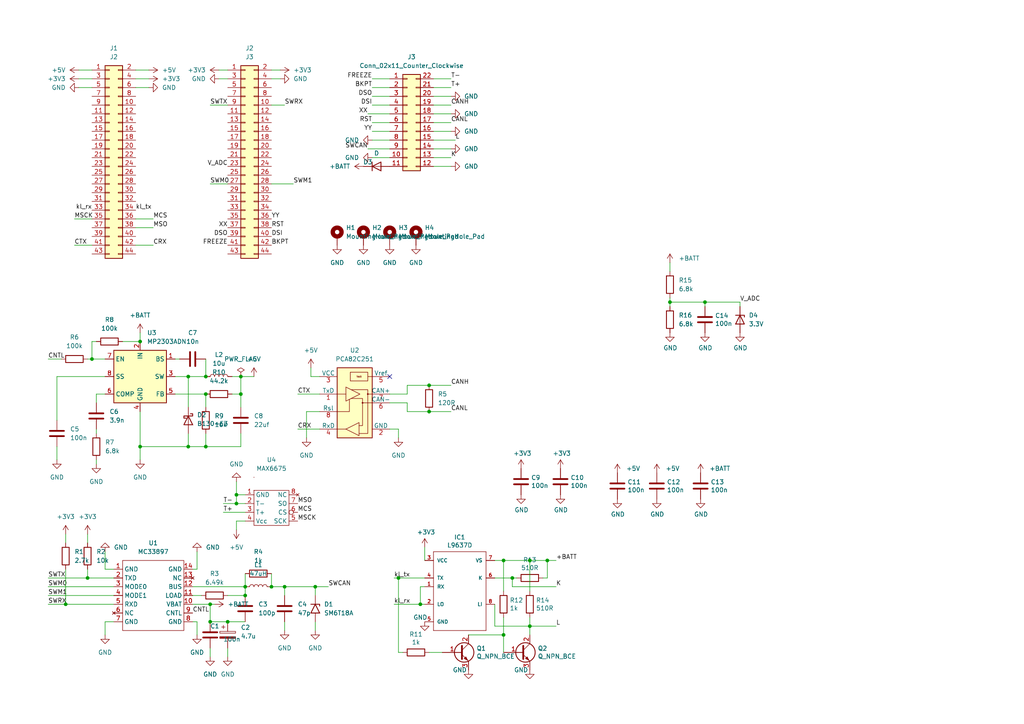
<source format=kicad_sch>
(kicad_sch (version 20211123) (generator eeschema)
  (paper "A4")
  (title_block (title "WQCAN") (rev "v0.1"))
  (lib_symbols
    (symbol "Connector_Generic:Conn_02x11_Counter_Clockwise" (pin_names (offset 1.016) hide)
      (property "Reference" "J" (at 1.27 15.24 0))
      (property "Value" "Conn_02x11_Counter_Clockwise" (at 1.27 -15.24 0))
      (symbol "Conn_02x11_Counter_Clockwise_1_1"
        (pin passive line (at -5.08 12.7 0) (length 3.81) (name "Pin_1") (number "1"))
        (pin passive line (at -5.08 -10.16 0) (length 3.81) (name "Pin_10") (number "10"))
        (pin passive line (at -5.08 -12.7 0) (length 3.81) (name "Pin_11") (number "11"))
        (pin passive line (at 7.62 -12.7 180) (length 3.81) (name "Pin_12") (number "12"))
        (pin passive line (at 7.62 -10.16 180) (length 3.81) (name "Pin_13") (number "13"))
        (pin passive line (at 7.62 -7.62 180) (length 3.81) (name "Pin_14") (number "14"))
        (pin passive line (at 7.62 -5.08 180) (length 3.81) (name "Pin_15") (number "15"))
        (pin passive line (at 7.62 -2.54 180) (length 3.81) (name "Pin_16") (number "16"))
        (pin passive line (at 7.62 0 180) (length 3.81) (name "Pin_17") (number "17"))
        (pin passive line (at 7.62 2.54 180) (length 3.81) (name "Pin_18") (number "18"))
        (pin passive line (at 7.62 5.08 180) (length 3.81) (name "Pin_19") (number "19"))
        (pin passive line (at -5.08 10.16 0) (length 3.81) (name "Pin_2") (number "2"))
        (pin passive line (at 7.62 7.62 180) (length 3.81) (name "Pin_20") (number "20"))
        (pin passive line (at 7.62 10.16 180) (length 3.81) (name "Pin_21") (number "21"))
        (pin passive line (at 7.62 12.7 180) (length 3.81) (name "Pin_22") (number "22"))
        (pin passive line (at -5.08 7.62 0) (length 3.81) (name "Pin_3") (number "3"))
        (pin passive line (at -5.08 5.08 0) (length 3.81) (name "Pin_4") (number "4"))
        (pin passive line (at -5.08 2.54 0) (length 3.81) (name "Pin_5") (number "5"))
        (pin passive line (at -5.08 0 0) (length 3.81) (name "Pin_6") (number "6"))
        (pin passive line (at -5.08 -2.54 0) (length 3.81) (name "Pin_7") (number "7"))
        (pin passive line (at -5.08 -5.08 0) (length 3.81) (name "Pin_8") (number "8"))
        (pin passive line (at -5.08 -7.62 0) (length 3.81) (name "Pin_9") (number "9"))
      )
    )
    (symbol "Connector_Generic:Conn_02x22_Odd_Even" (pin_names (offset 1.016) hide)
      (property "Reference" "J" (at 1.27 27.94 0))
      (property "Value" "Conn_02x22_Odd_Even" (at 1.27 -30.48 0))
      (symbol "Conn_02x22_Odd_Even_1_1"
        (pin passive line (at -5.08 25.4 0) (length 3.81) (name "Pin_1") (number "1"))
        (pin passive line (at 7.62 15.24 180) (length 3.81) (name "Pin_10") (number "10"))
        (pin passive line (at -5.08 12.7 0) (length 3.81) (name "Pin_11") (number "11"))
        (pin passive line (at 7.62 12.7 180) (length 3.81) (name "Pin_12") (number "12"))
        (pin passive line (at -5.08 10.16 0) (length 3.81) (name "Pin_13") (number "13"))
        (pin passive line (at 7.62 10.16 180) (length 3.81) (name "Pin_14") (number "14"))
        (pin passive line (at -5.08 7.62 0) (length 3.81) (name "Pin_15") (number "15"))
        (pin passive line (at 7.62 7.62 180) (length 3.81) (name "Pin_16") (number "16"))
        (pin passive line (at -5.08 5.08 0) (length 3.81) (name "Pin_17") (number "17"))
        (pin passive line (at 7.62 5.08 180) (length 3.81) (name "Pin_18") (number "18"))
        (pin passive line (at -5.08 2.54 0) (length 3.81) (name "Pin_19") (number "19"))
        (pin passive line (at 7.62 25.4 180) (length 3.81) (name "Pin_2") (number "2"))
        (pin passive line (at 7.62 2.54 180) (length 3.81) (name "Pin_20") (number "20"))
        (pin passive line (at -5.08 0 0) (length 3.81) (name "Pin_21") (number "21"))
        (pin passive line (at 7.62 0 180) (length 3.81) (name "Pin_22") (number "22"))
        (pin passive line (at -5.08 -2.54 0) (length 3.81) (name "Pin_23") (number "23"))
        (pin passive line (at 7.62 -2.54 180) (length 3.81) (name "Pin_24") (number "24"))
        (pin passive line (at -5.08 -5.08 0) (length 3.81) (name "Pin_25") (number "25"))
        (pin passive line (at 7.62 -5.08 180) (length 3.81) (name "Pin_26") (number "26"))
        (pin passive line (at -5.08 -7.62 0) (length 3.81) (name "Pin_27") (number "27"))
        (pin passive line (at 7.62 -7.62 180) (length 3.81) (name "Pin_28") (number "28"))
        (pin passive line (at -5.08 -10.16 0) (length 3.81) (name "Pin_29") (number "29"))
        (pin passive line (at -5.08 22.86 0) (length 3.81) (name "Pin_3") (number "3"))
        (pin passive line (at 7.62 -10.16 180) (length 3.81) (name "Pin_30") (number "30"))
        (pin passive line (at -5.08 -12.7 0) (length 3.81) (name "Pin_31") (number "31"))
        (pin passive line (at 7.62 -12.7 180) (length 3.81) (name "Pin_32") (number "32"))
        (pin passive line (at -5.08 -15.24 0) (length 3.81) (name "Pin_33") (number "33"))
        (pin passive line (at 7.62 -15.24 180) (length 3.81) (name "Pin_34") (number "34"))
        (pin passive line (at -5.08 -17.78 0) (length 3.81) (name "Pin_35") (number "35"))
        (pin passive line (at 7.62 -17.78 180) (length 3.81) (name "Pin_36") (number "36"))
        (pin passive line (at -5.08 -20.32 0) (length 3.81) (name "Pin_37") (number "37"))
        (pin passive line (at 7.62 -20.32 180) (length 3.81) (name "Pin_38") (number "38"))
        (pin passive line (at -5.08 -22.86 0) (length 3.81) (name "Pin_39") (number "39"))
        (pin passive line (at 7.62 22.86 180) (length 3.81) (name "Pin_4") (number "4"))
        (pin passive line (at 7.62 -22.86 180) (length 3.81) (name "Pin_40") (number "40"))
        (pin passive line (at -5.08 -25.4 0) (length 3.81) (name "Pin_41") (number "41"))
        (pin passive line (at 7.62 -25.4 180) (length 3.81) (name "Pin_42") (number "42"))
        (pin passive line (at -5.08 -27.94 0) (length 3.81) (name "Pin_43") (number "43"))
        (pin passive line (at 7.62 -27.94 180) (length 3.81) (name "Pin_44") (number "44"))
        (pin passive line (at -5.08 20.32 0) (length 3.81) (name "Pin_5") (number "5"))
        (pin passive line (at 7.62 20.32 180) (length 3.81) (name "Pin_6") (number "6"))
        (pin passive line (at -5.08 17.78 0) (length 3.81) (name "Pin_7") (number "7"))
        (pin passive line (at 7.62 17.78 180) (length 3.81) (name "Pin_8") (number "8"))
        (pin passive line (at -5.08 15.24 0) (length 3.81) (name "Pin_9") (number "9"))
      )
    )
    (symbol "Device:C" (pin_numbers hide) (pin_names (offset 0.254))
      (property "Reference" "C" (at 0.635 2.54 0))
      (property "Value" "C" (at 0.635 -2.54 0))
      (symbol "C_1_1"
        (pin passive line (at 0 3.81 270) (length 2.794) (name "~") (number "1"))
        (pin passive line (at 0 -3.81 90) (length 2.794) (name "~") (number "2"))
      )
    )
    (symbol "Device:C_Polarized" (pin_numbers hide) (pin_names (offset 0.254))
      (property "Reference" "C" (at 0.635 2.54 0))
      (property "Value" "C_Polarized" (at 0.635 -2.54 0))
      (symbol "C_Polarized_1_1"
        (pin passive line (at 0 3.81 270) (length 2.794) (name "~") (number "1"))
        (pin passive line (at 0 -3.81 90) (length 2.794) (name "~") (number "2"))
      )
    )
    (symbol "Device:D" (pin_numbers hide) (pin_names (offset 1.016) hide)
      (property "Reference" "D" (at 0 2.54 0))
      (property "Value" "D" (at 0 -2.54 0))
      (symbol "D_1_1"
        (pin passive line (at -3.81 0 0) (length 2.54) (name "K") (number "1"))
        (pin passive line (at 3.81 0 180) (length 2.54) (name "A") (number "2"))
      )
    )
    (symbol "Device:D_Zener" (pin_numbers hide) (pin_names (offset 1.016) hide)
      (property "Reference" "D" (at 0 2.54 0))
      (property "Value" "D_Zener" (at 0 -2.54 0))
      (symbol "D_Zener_1_1"
        (pin passive line (at -3.81 0 0) (length 2.54) (name "K") (number "1"))
        (pin passive line (at 3.81 0 180) (length 2.54) (name "A") (number "2"))
      )
    )
    (symbol "Device:L" (pin_numbers hide) (pin_names (offset 1.016) hide)
      (property "Reference" "L" (at -1.27 0 90))
      (property "Value" "L" (at 1.905 0 90))
      (symbol "L_1_1"
        (pin passive line (at 0 3.81 270) (length 1.27) (name "1") (number "1"))
        (pin passive line (at 0 -3.81 90) (length 1.27) (name "2") (number "2"))
      )
    )
    (symbol "Device:Q_NPN_BCE" (pin_names (offset 0) hide)
      (property "Reference" "Q" (at 5.08 1.27 0))
      (property "Value" "Q_NPN_BCE" (at 5.08 -1.27 0))
      (symbol "Q_NPN_BCE_1_1"
        (pin input line (at -5.08 0 0) (length 5.715) (name "B") (number "1"))
        (pin passive line (at 2.54 5.08 270) (length 2.54) (name "C") (number "2"))
        (pin passive line (at 2.54 -5.08 90) (length 2.54) (name "E") (number "3"))
      )
    )
    (symbol "Device:R" (pin_numbers hide) (pin_names (offset 0))
      (property "Reference" "R" (at 2.032 0 90))
      (property "Value" "R" (at 0 0 90))
      (symbol "R_1_1"
        (pin passive line (at 0 3.81 270) (length 1.27) (name "~") (number "1"))
        (pin passive line (at 0 -3.81 90) (length 1.27) (name "~") (number "2"))
      )
    )
    (symbol "Diode:B130-E3" (pin_numbers hide) (pin_names hide)
      (property "Reference" "D" (at 0 2.54 0))
      (property "Value" "B130-E3" (at 0 -2.54 0))
      (symbol "B130-E3_1_1"
        (pin passive line (at -3.81 0 0) (length 2.54) (name "K") (number "1"))
        (pin passive line (at 3.81 0 180) (length 2.54) (name "A") (number "2"))
      )
    )
    (symbol "Diode:SM6T18A" (pin_numbers hide) (pin_names (offset 1.016) hide)
      (property "Reference" "D" (at 0 2.54 0))
      (property "Value" "SM6T18A" (at 0 -2.54 0))
      (symbol "SM6T18A_1_1"
        (pin passive line (at -3.81 0 0) (length 2.54) (name "A1") (number "1"))
        (pin passive line (at 3.81 0 180) (length 2.54) (name "A2") (number "2"))
      )
    )
    (symbol "Interface_CAN_LIN:PCA82C251" (pin_names (offset 0))
      (property "Reference" "U" (at -5.08 13.97 0))
      (property "Value" "PCA82C251" (at -5.08 11.43 0))
      (symbol "PCA82C251_0_1"
        (text "Volt" (at 1.27 7.62 0) (effects (font (size 0.508 0.508) bold)))
      )
      (symbol "PCA82C251_1_1"
        (pin input line (at -10.16 2.54 0) (length 5.08) (name "TxD") (number "1"))
        (pin power_in line (at 10.16 -7.62 180) (length 5.08) (name "GND") (number "2"))
        (pin power_in line (at -10.16 7.62 0) (length 5.08) (name "VCC") (number "3"))
        (pin output line (at -10.16 -7.62 0) (length 5.08) (name "RxD") (number "4"))
        (pin output line (at 10.16 7.62 180) (length 5.08) (name "Vref") (number "5"))
        (pin bidirectional line (at 10.16 0 180) (length 5.08) (name "CAN-") (number "6"))
        (pin bidirectional line (at 10.16 2.54 180) (length 5.08) (name "CAN+") (number "7"))
        (pin input line (at -10.16 -2.54 0) (length 5.08) (name "Rsl") (number "8"))
      )
    )
    (symbol "Mechanical:MountingHole_Pad" (pin_numbers hide) (pin_names (offset 1.016) hide)
      (property "Reference" "H" (at 0 6.35 0))
      (property "Value" "MountingHole_Pad" (at 0 4.445 0))
      (symbol "MountingHole_Pad_1_1"
        (pin input line (at 0 -2.54 90) (length 2.54) (name "1") (number "1"))
      )
    )
    (symbol "Regulator_Switching:MP2303ADN"
      (property "Reference" "U" (at -7.366 8.636 0))
      (property "Value" "MP2303ADN" (at 7.62 8.89 0))
      (symbol "MP2303ADN_1_1"
        (pin passive line (at 10.16 5.08 180) (length 2.54) (name "BS") (number "1"))
        (pin power_in line (at 0 10.16 270) (length 2.54) (name "IN") (number "2"))
        (pin output line (at 10.16 0 180) (length 2.54) (name "SW") (number "3"))
        (pin power_in line (at 0 -10.16 90) (length 2.54) (name "GND") (number "4"))
        (pin input line (at 10.16 -5.08 180) (length 2.54) (name "FB") (number "5"))
        (pin passive line (at -10.16 -5.08 0) (length 2.54) (name "COMP") (number "6"))
        (pin input line (at -10.16 5.08 0) (length 2.54) (name "EN") (number "7"))
        (pin input line (at -10.16 0 0) (length 2.54) (name "SS") (number "8"))
      )
    )
    (symbol "mc33897:MAX6675"
      (property "Reference" "U" (at 0 6.35 0))
      (property "Value" "MAX6675" (at 0 -6.35 0))
      (symbol "MAX6675_1_1"
        (pin power_in line (at -7.62 3.81 0) (length 2.54) (name "GND") (number "1"))
        (pin input line (at -7.62 1.27 0) (length 2.54) (name "T-") (number "2"))
        (pin input line (at -7.62 -1.27 0) (length 2.54) (name "T+") (number "3"))
        (pin power_in line (at -7.62 -3.81 0) (length 2.54) (name "Vcc") (number "4"))
        (pin input line (at 7.62 -3.81 180) (length 2.54) (name "SCK") (number "5"))
        (pin input inverted (at 7.62 -1.27 180) (length 2.54) (name "CS") (number "6"))
        (pin output line (at 7.62 1.27 180) (length 2.54) (name "SO") (number "7"))
        (pin no_connect line (at 7.62 3.81 180) (length 2.54) (name "NC") (number "8"))
      )
    )
    (symbol "mc33897:MC33897"
      (property "Reference" "U" (at 0 0 0))
      (property "Value" "MC33897" (at -1.27 -11.43 0))
      (symbol "MC33897_1_1"
        (pin power_in line (at -11.43 7.62 0) (length 2.54) (name "GND") (number "1"))
        (pin power_in line (at 11.43 -2.54 180) (length 2.54) (name "VBAT") (number "10"))
        (pin output line (at 11.43 0 180) (length 2.54) (name "LOAD") (number "11"))
        (pin output line (at 11.43 2.54 180) (length 2.54) (name "BUS") (number "12"))
        (pin no_connect line (at 11.43 5.08 180) (length 2.54) (name "NC") (number "13"))
        (pin power_in line (at 11.43 7.62 180) (length 2.54) (name "GND") (number "14"))
        (pin input line (at -11.43 5.08 0) (length 2.54) (name "TXD") (number "2"))
        (pin input line (at -11.43 2.54 0) (length 2.54) (name "MODE0") (number "3"))
        (pin input line (at -11.43 0 0) (length 2.54) (name "MODE1") (number "4"))
        (pin open_collector line (at -11.43 -2.54 0) (length 2.54) (name "RXD") (number "5"))
        (pin no_connect line (at -11.43 -5.08 0) (length 2.54) (name "NC") (number "6"))
        (pin power_in line (at -11.43 -7.62 0) (length 2.54) (name "GND") (number "7"))
        (pin power_in line (at 11.43 -7.62 180) (length 2.54) (name "GND") (number "8"))
        (pin power_out line (at 11.43 -5.08 180) (length 2.54) (name "CNTL") (number "9"))
      )
    )
    (symbol "power:+3.3V" (power) (pin_names (offset 0))
      (property "Value" "+3.3V" (at 0 3.556 0))
      (symbol "+3.3V_1_1"
        (pin power_in line (at 0 0 90) (length 0) hide (name "+3V3") (number "1"))
      )
    )
    (symbol "power:+5V" (power) (pin_names (offset 0))
      (property "Value" "+5V" (at 0 3.556 0))
      (symbol "+5V_1_1"
        (pin power_in line (at 0 0 90) (length 0) hide (name "+5V") (number "1"))
      )
    )
    (symbol "power:+BATT" (power) (pin_names (offset 0))
      (property "Value" "+BATT" (at 0 3.556 0))
      (symbol "+BATT_1_1"
        (pin power_in line (at 0 0 90) (length 0) hide (name "+BATT") (number "1"))
      )
    )
    (symbol "power:GND" (power) (pin_names (offset 0))
      (property "Value" "GND" (at 0 -3.81 0))
      (symbol "GND_1_1"
        (pin power_in line (at 0 0 270) (length 0) hide (name "GND") (number "1"))
      )
    )
    (symbol "power:PWR_FLAG" (power) (pin_numbers hide) (pin_names (offset 0) hide)
      (property "Value" "PWR_FLAG" (at 0 3.81 0))
      (symbol "PWR_FLAG_0_0"
        (pin power_out line (at 0 0 90) (length 0) (name "pwr") (number "1"))
      )
    )
    (symbol "st-microelectronics:L9637D" (pin_names (offset 1.016))
      (property "Reference" "IC" (at -7.62 13.97 0))
      (property "Value" "st-microelectronics_L9637D" (at -7.62 -12.7 0))
      (symbol "L9637D_1_1"
        (pin output line (at 10.16 2.54 180) (length 2.54) (name "RX") (number "1"))
        (pin output line (at 10.16 -2.54 180) (length 2.54) (name "LO") (number "2"))
        (pin power_in line (at 10.16 10.16 180) (length 2.54) (name "VCC") (number "3"))
        (pin input line (at 10.16 5.08 180) (length 2.54) (name "TX") (number "4"))
        (pin power_in line (at 10.16 -7.62 180) (length 2.54) (name "GND") (number "5"))
        (pin input line (at -10.16 5.08 0) (length 2.54) (name "K") (number "6"))
        (pin power_in line (at -10.16 10.16 0) (length 2.54) (name "VS") (number "7"))
        (pin input line (at -10.16 -2.54 0) (length 2.54) (name "LI") (number "8"))
      )
    )
  )
  (junction (at 66.04 180.34))
  (junction (at 19.05 175.26))
  (junction (at 194.31 87.63))
  (junction (at 115.57 167.64))
  (junction (at 69.85 114.3))
  (junction (at 26.67 104.14))
  (junction (at 68.58 143.51))
  (junction (at 124.46 111.76))
  (junction (at 153.67 162.56))
  (junction (at 71.12 170.18))
  (junction (at 148.59 167.64))
  (junction (at 59.69 114.3))
  (junction (at 59.69 109.22))
  (junction (at 204.47 87.63))
  (junction (at 153.67 181.61))
  (junction (at 69.85 109.22))
  (junction (at 91.44 170.18))
  (junction (at 78.74 170.18))
  (junction (at 71.12 172.72))
  (junction (at 124.46 119.38))
  (junction (at 121.92 175.26))
  (junction (at 146.05 162.56))
  (junction (at 68.58 146.05))
  (junction (at 146.05 184.15))
  (junction (at 25.4 167.64))
  (junction (at 54.61 129.54))
  (junction (at 59.69 129.54))
  (junction (at 54.61 109.22))
  (junction (at 40.64 99.06))
  (junction (at 40.64 129.54))
  (junction (at 60.96 175.26))
  (junction (at 158.75 162.56))
  (junction (at 60.96 180.34))
  (junction (at 82.55 170.18))
  (no_connect (at 113.03 109.22))
  (wire (pts (xy 194.31 76.2) (xy 194.31 78.74)))
  (wire (pts (xy 78.74 22.86) (xy 81.28 22.86)))
  (wire (pts (xy 59.69 114.3) (xy 59.69 118.11)))
  (wire (pts (xy 118.11 114.3) (xy 118.11 111.76)))
  (wire (pts (xy 60.96 187.96) (xy 60.96 190.5)))
  (wire (pts (xy 115.57 124.46) (xy 113.03 124.46)))
  (wire (pts (xy 107.95 40.64) (xy 113.03 40.64)))
  (wire (pts (xy 125.73 25.4) (xy 130.81 25.4)))
  (wire (pts (xy 143.51 181.61) (xy 153.67 181.61)))
  (wire (pts (xy 69.85 109.22) (xy 67.31 109.22)))
  (wire (pts (xy 125.73 43.18) (xy 130.81 43.18)))
  (wire (pts (xy 86.36 114.3) (xy 92.71 114.3)))
  (wire (pts (xy 194.31 87.63) (xy 194.31 88.9)))
  (wire (pts (xy 13.97 104.14) (xy 17.78 104.14)))
  (wire (pts (xy 19.05 154.94) (xy 19.05 157.48)))
  (wire (pts (xy 57.15 160.02) (xy 57.15 165.1)))
  (wire (pts (xy 21.59 63.5) (xy 26.67 63.5)))
  (wire (pts (xy 68.58 143.51) (xy 71.12 143.51)))
  (wire (pts (xy 57.15 165.1) (xy 55.88 165.1)))
  (wire (pts (xy 107.95 25.4) (xy 113.03 25.4)))
  (wire (pts (xy 143.51 167.64) (xy 148.59 167.64)))
  (wire (pts (xy 124.46 189.23) (xy 128.27 189.23)))
  (wire (pts (xy 91.44 170.18) (xy 91.44 172.72)))
  (wire (pts (xy 125.73 40.64) (xy 132.08 40.64)))
  (wire (pts (xy 78.74 30.48) (xy 82.55 30.48)))
  (wire (pts (xy 118.11 119.38) (xy 118.11 116.84)))
  (wire (pts (xy 78.74 53.34) (xy 85.09 53.34)))
  (wire (pts (xy 204.47 87.63) (xy 194.31 87.63)))
  (wire (pts (xy 60.96 175.26) (xy 60.96 180.34)))
  (wire (pts (xy 25.4 154.94) (xy 25.4 157.48)))
  (wire (pts (xy 55.88 175.26) (xy 60.96 175.26)))
  (wire (pts (xy 30.48 180.34) (xy 33.02 180.34)))
  (wire (pts (xy 158.75 162.56) (xy 161.29 162.56)))
  (wire (pts (xy 39.37 20.32) (xy 43.18 20.32)))
  (wire (pts (xy 91.44 170.18) (xy 95.25 170.18)))
  (wire (pts (xy 55.88 170.18) (xy 71.12 170.18)))
  (wire (pts (xy 118.11 116.84) (xy 113.03 116.84)))
  (wire (pts (xy 60.96 175.26) (xy 62.23 175.26)))
  (wire (pts (xy 153.67 181.61) (xy 161.29 181.61)))
  (wire (pts (xy 26.67 99.06) (xy 26.67 104.14)))
  (wire (pts (xy 125.73 48.26) (xy 130.81 48.26)))
  (wire (pts (xy 25.4 104.14) (xy 26.67 104.14)))
  (wire (pts (xy 157.48 167.64) (xy 158.75 167.64)))
  (wire (pts (xy 113.03 22.86) (xy 107.95 22.86)))
  (wire (pts (xy 69.85 129.54) (xy 59.69 129.54)))
  (wire (pts (xy 148.59 170.18) (xy 161.29 170.18)))
  (wire (pts (xy 60.96 180.34) (xy 66.04 180.34)))
  (wire (pts (xy 86.36 124.46) (xy 92.71 124.46)))
  (wire (pts (xy 148.59 167.64) (xy 148.59 170.18)))
  (wire (pts (xy 106.68 33.02) (xy 113.03 33.02)))
  (wire (pts (xy 107.95 38.1) (xy 113.03 38.1)))
  (wire (pts (xy 125.73 22.86) (xy 130.81 22.86)))
  (wire (pts (xy 125.73 30.48) (xy 130.81 30.48)))
  (wire (pts (xy 69.85 109.22) (xy 73.66 109.22)))
  (wire (pts (xy 121.92 170.18) (xy 123.19 170.18)))
  (wire (pts (xy 146.05 162.56) (xy 143.51 162.56)))
  (wire (pts (xy 123.19 175.26) (xy 121.92 175.26)))
  (wire (pts (xy 25.4 165.1) (xy 25.4 167.64)))
  (wire (pts (xy 107.95 45.72) (xy 113.03 45.72)))
  (wire (pts (xy 64.77 146.05) (xy 68.58 146.05)))
  (wire (pts (xy 115.57 127) (xy 115.57 124.46)))
  (wire (pts (xy 16.51 109.22) (xy 30.48 109.22)))
  (wire (pts (xy 125.73 35.56) (xy 130.81 35.56)))
  (wire (pts (xy 107.95 30.48) (xy 113.03 30.48)))
  (wire (pts (xy 146.05 179.07) (xy 146.05 184.15)))
  (wire (pts (xy 27.94 133.35) (xy 27.94 134.62)))
  (wire (pts (xy 71.12 146.05) (xy 68.58 146.05)))
  (wire (pts (xy 121.92 175.26) (xy 114.3 175.26)))
  (wire (pts (xy 115.57 167.64) (xy 123.19 167.64)))
  (wire (pts (xy 35.56 99.06) (xy 40.64 99.06)))
  (wire (pts (xy 57.15 184.15) (xy 57.15 180.34)))
  (wire (pts (xy 78.74 170.18) (xy 82.55 170.18)))
  (wire (pts (xy 22.86 25.4) (xy 26.67 25.4)))
  (wire (pts (xy 39.37 71.12) (xy 44.45 71.12)))
  (wire (pts (xy 66.04 172.72) (xy 71.12 172.72)))
  (wire (pts (xy 113.03 27.94) (xy 107.95 27.94)))
  (wire (pts (xy 146.05 171.45) (xy 146.05 162.56)))
  (wire (pts (xy 123.19 162.56) (xy 123.19 158.75)))
  (wire (pts (xy 30.48 114.3) (xy 27.94 114.3)))
  (wire (pts (xy 54.61 125.73) (xy 54.61 129.54)))
  (wire (pts (xy 19.05 165.1) (xy 19.05 175.26)))
  (wire (pts (xy 92.71 109.22) (xy 90.17 109.22)))
  (wire (pts (xy 60.96 30.48) (xy 66.04 30.48)))
  (wire (pts (xy 13.97 167.64) (xy 25.4 167.64)))
  (wire (pts (xy 13.97 175.26) (xy 19.05 175.26)))
  (wire (pts (xy 22.86 20.32) (xy 26.67 20.32)))
  (wire (pts (xy 90.17 106.68) (xy 90.17 109.22)))
  (wire (pts (xy 124.46 111.76) (xy 130.81 111.76)))
  (wire (pts (xy 88.9 119.38) (xy 88.9 127)))
  (wire (pts (xy 78.74 20.32) (xy 81.28 20.32)))
  (wire (pts (xy 50.8 114.3) (xy 59.69 114.3)))
  (wire (pts (xy 50.8 109.22) (xy 54.61 109.22)))
  (wire (pts (xy 30.48 184.15) (xy 30.48 180.34)))
  (wire (pts (xy 118.11 111.76) (xy 124.46 111.76)))
  (wire (pts (xy 68.58 146.05) (xy 68.58 143.51)))
  (wire (pts (xy 16.51 109.22) (xy 16.51 121.92)))
  (wire (pts (xy 194.31 86.36) (xy 194.31 87.63)))
  (wire (pts (xy 13.97 170.18) (xy 33.02 170.18)))
  (wire (pts (xy 54.61 109.22) (xy 59.69 109.22)))
  (wire (pts (xy 22.86 22.86) (xy 26.67 22.86)))
  (wire (pts (xy 214.63 88.9) (xy 214.63 87.63)))
  (wire (pts (xy 40.64 119.38) (xy 40.64 129.54)))
  (wire (pts (xy 26.67 104.14) (xy 30.48 104.14)))
  (wire (pts (xy 125.73 27.94) (xy 130.81 27.94)))
  (wire (pts (xy 69.85 118.11) (xy 69.85 114.3)))
  (wire (pts (xy 39.37 63.5) (xy 44.45 63.5)))
  (wire (pts (xy 13.97 172.72) (xy 33.02 172.72)))
  (wire (pts (xy 91.44 180.34) (xy 91.44 182.88)))
  (wire (pts (xy 153.67 181.61) (xy 153.67 184.15)))
  (wire (pts (xy 59.69 125.73) (xy 59.69 129.54)))
  (wire (pts (xy 82.55 170.18) (xy 91.44 170.18)))
  (wire (pts (xy 153.67 162.56) (xy 158.75 162.56)))
  (wire (pts (xy 54.61 109.22) (xy 54.61 118.11)))
  (wire (pts (xy 27.94 124.46) (xy 27.94 125.73)))
  (wire (pts (xy 116.84 189.23) (xy 115.57 189.23)))
  (wire (pts (xy 113.03 35.56) (xy 107.95 35.56)))
  (wire (pts (xy 64.77 148.59) (xy 71.12 148.59)))
  (wire (pts (xy 27.94 99.06) (xy 26.67 99.06)))
  (wire (pts (xy 124.46 119.38) (xy 130.81 119.38)))
  (wire (pts (xy 143.51 175.26) (xy 143.51 181.61)))
  (wire (pts (xy 16.51 129.54) (xy 16.51 133.35)))
  (wire (pts (xy 114.3 167.64) (xy 115.57 167.64)))
  (wire (pts (xy 125.73 45.72) (xy 130.81 45.72)))
  (wire (pts (xy 30.48 160.02) (xy 30.48 165.1)))
  (wire (pts (xy 50.8 104.14) (xy 52.07 104.14)))
  (wire (pts (xy 125.73 38.1) (xy 130.81 38.1)))
  (wire (pts (xy 21.59 71.12) (xy 26.67 71.12)))
  (wire (pts (xy 66.04 180.34) (xy 71.12 180.34)))
  (wire (pts (xy 63.5 20.32) (xy 66.04 20.32)))
  (wire (pts (xy 59.69 104.14) (xy 59.69 109.22)))
  (wire (pts (xy 30.48 165.1) (xy 33.02 165.1)))
  (wire (pts (xy 121.92 175.26) (xy 121.92 170.18)))
  (wire (pts (xy 135.89 184.15) (xy 146.05 184.15)))
  (wire (pts (xy 153.67 181.61) (xy 153.67 179.07)))
  (wire (pts (xy 69.85 114.3) (xy 69.85 109.22)))
  (wire (pts (xy 92.71 119.38) (xy 88.9 119.38)))
  (wire (pts (xy 39.37 22.86) (xy 43.18 22.86)))
  (wire (pts (xy 124.46 119.38) (xy 118.11 119.38)))
  (wire (pts (xy 40.64 129.54) (xy 40.64 133.35)))
  (wire (pts (xy 146.05 184.15) (xy 146.05 189.23)))
  (wire (pts (xy 125.73 33.02) (xy 130.81 33.02)))
  (wire (pts (xy 153.67 171.45) (xy 153.67 162.56)))
  (wire (pts (xy 71.12 151.13) (xy 68.58 151.13)))
  (wire (pts (xy 39.37 66.04) (xy 44.45 66.04)))
  (wire (pts (xy 71.12 170.18) (xy 71.12 172.72)))
  (wire (pts (xy 67.31 114.3) (xy 69.85 114.3)))
  (wire (pts (xy 27.94 114.3) (xy 27.94 116.84)))
  (wire (pts (xy 214.63 87.63) (xy 204.47 87.63)))
  (wire (pts (xy 68.58 143.51) (xy 68.58 139.7)))
  (wire (pts (xy 158.75 167.64) (xy 158.75 162.56)))
  (wire (pts (xy 82.55 180.34) (xy 82.55 182.88)))
  (wire (pts (xy 78.74 166.37) (xy 78.74 170.18)))
  (wire (pts (xy 148.59 167.64) (xy 149.86 167.64)))
  (wire (pts (xy 59.69 129.54) (xy 54.61 129.54)))
  (wire (pts (xy 106.68 43.18) (xy 113.03 43.18)))
  (wire (pts (xy 204.47 88.9) (xy 204.47 87.63)))
  (wire (pts (xy 40.64 96.52) (xy 40.64 99.06)))
  (wire (pts (xy 39.37 25.4) (xy 43.18 25.4)))
  (wire (pts (xy 82.55 170.18) (xy 82.55 172.72)))
  (wire (pts (xy 19.05 175.26) (xy 33.02 175.26)))
  (wire (pts (xy 71.12 166.37) (xy 71.12 170.18)))
  (wire (pts (xy 115.57 167.64) (xy 115.57 189.23)))
  (wire (pts (xy 66.04 187.96) (xy 66.04 190.5)))
  (wire (pts (xy 60.96 53.34) (xy 66.04 53.34)))
  (wire (pts (xy 25.4 167.64) (xy 33.02 167.64)))
  (wire (pts (xy 68.58 151.13) (xy 68.58 153.67)))
  (wire (pts (xy 69.85 125.73) (xy 69.85 129.54)))
  (wire (pts (xy 57.15 180.34) (xy 55.88 180.34)))
  (wire (pts (xy 113.03 114.3) (xy 118.11 114.3)))
  (wire (pts (xy 55.88 172.72) (xy 58.42 172.72)))
  (wire (pts (xy 63.5 22.86) (xy 66.04 22.86)))
  (wire (pts (xy 54.61 129.54) (xy 40.64 129.54)))
  (wire (pts (xy 146.05 162.56) (xy 153.67 162.56)))
  (label "L" (at 132.08 40.64 0))
  (label "RST" (at 78.74 66.04 0))
  (label "DSI" (at 107.95 30.48 180))
  (label "CANL" (at 130.81 35.56 0))
  (label "XX" (at 106.68 33.02 180))
  (label "SWTX" (at 60.96 30.48 0))
  (label "MSO" (at 44.45 66.04 0))
  (label "SWM1" (at 85.09 53.34 0))
  (label "YY" (at 78.74 63.5 0))
  (label "SWM1" (at 13.97 172.72 0))
  (label "BKPT" (at 78.74 71.12 0))
  (label "T-" (at 64.77 146.05 0))
  (label "T-" (at 130.81 22.86 0))
  (label "K" (at 161.29 170.18 0))
  (label "V_ADC" (at 214.63 87.63 0))
  (label "DSI" (at 78.74 68.58 0))
  (label "CNTL" (at 13.97 104.14 0))
  (label "MCS" (at 86.36 148.59 0))
  (label "CRX" (at 86.36 124.46 0))
  (label "CTX" (at 21.59 71.12 0))
  (label "SWCAN" (at 106.68 43.18 180))
  (label "SWTX" (at 13.97 167.64 0))
  (label "L" (at 161.29 181.61 0))
  (label "T+" (at 64.77 148.59 0))
  (label "MSO" (at 86.36 146.05 0))
  (label "kl_rx" (at 114.3 175.26 0))
  (label "CNTL" (at 55.88 177.8 0))
  (label "CRX" (at 44.45 71.12 0))
  (label "CANL" (at 130.81 119.38 0))
  (label "kl_tx" (at 114.3 167.64 0))
  (label "XX" (at 66.04 66.04 180))
  (label "kl_tx" (at 39.37 60.96 0))
  (label "FREEZE" (at 66.04 71.12 180))
  (label "CANH" (at 130.81 30.48 0))
  (label "DSO" (at 107.95 27.94 180))
  (label "CANH" (at 130.81 111.76 0))
  (label "MSCK" (at 86.36 151.13 0))
  (label "T+" (at 130.81 25.4 0))
  (label "FREEZE" (at 107.95 22.86 180))
  (label "MSCK" (at 21.59 63.5 0))
  (label "SWRX" (at 13.97 175.26 0))
  (label "DSO" (at 66.04 68.58 180))
  (label "MCS" (at 44.45 63.5 0))
  (label "V_ADC" (at 66.04 48.26 180))
  (label "kl_rx" (at 26.67 60.96 180))
  (label "SWRX" (at 82.55 30.48 0))
  (label "CTX" (at 86.36 114.3 0))
  (label "RST" (at 107.95 35.56 180))
  (label "YY" (at 107.95 38.1 180))
  (label "K" (at 130.81 45.72 0))
  (label "SWM0" (at 13.97 170.18 0))
  (label "+BATT" (at 161.29 162.56 0))
  (label "SWM0" (at 60.96 53.34 0))
  (label "BKPT" (at 107.95 25.4 180))
  (label "SWCAN" (at 95.25 170.18 0))
  (symbol (lib_id "Device:L") (at 63.5 109.22 90) (unit 1)
    (property "Reference" "L2" (at 63.5 102.87 90))
    (property "Value" "10u" (at 63.5 105.41 90))
    (property "Footprint" "Inductor_SMD:L_7.3x7.3_H3.5" (effects hide))
  )
  (symbol (lib_id "power:+3.3V") (at 25.4 154.94 0) (unit 1)
    (property "Reference" "#PWR0112" (effects hide))
    (property "Value" "+3.3V" (at 25.4 149.86 0))
  )
  (symbol (lib_id "Device:R") (at 59.69 121.92 0) (unit 1)
    (property "Reference" "R9" (at 62.23 120.6499 0) (effects (justify left)))
    (property "Value" "10k" (at 62.23 123.1899 0) (effects (justify left)))
    (property "Footprint" "Resistor_SMD:R_1206_3216Metric_Pad1.30x1.75mm_HandSolder" (effects hide))
  )
  (symbol (lib_id "Connector_Generic:Conn_02x11_Counter_Clockwise") (at 118.11 35.56 0) (unit 1)
    (property "Reference" "J3" (at 119.38 16.51 0))
    (property "Value" "Conn_02x11_Counter_Clockwise" (at 119.38 19.05 0))
    (property "Footprint" "Connector_PinHeader_2.54mm:PinHeader_2x11_P2.54mm_Horizontal" (effects hide))
  )
  (symbol (lib_id "power:GND") (at 57.15 160.02 180) (unit 1)
    (property "Reference" "#PWR0101" (effects hide))
    (property "Value" "GND" (at 59.69 158.7499 0) (effects (justify right)))
  )
  (symbol (lib_id "Connector_Generic:Conn_02x22_Odd_Even") (at 31.75 45.72 0) (unit 1)
    (property "Reference" "J1" (at 33.02 13.97 0))
    (property "Value" "J2" (at 33.02 16.51 0))
    (property "Footprint" "Connector_PinHeader_2.54mm:PinHeader_2x22_P2.54mm_Vertical" (effects hide))
  )
  (symbol (lib_id "Device:R") (at 74.93 166.37 90) (unit 1)
    (property "Reference" "R4" (at 74.93 160.02 90))
    (property "Value" "1k" (at 74.93 162.56 90))
    (property "Footprint" "Resistor_SMD:R_1206_3216Metric_Pad1.30x1.75mm_HandSolder" (effects hide))
  )
  (symbol (lib_id "power:+3.3V") (at 43.18 22.86 270) (unit 1)
    (property "Reference" "#PWR0132" (effects hide))
    (property "Value" "+3.3V" (at 46.99 22.8599 90) (effects (justify left)))
  )
  (symbol (lib_id "Device:R") (at 31.75 99.06 90) (unit 1)
    (property "Reference" "R8" (at 31.75 92.71 90))
    (property "Value" "100k" (at 31.75 95.25 90))
    (property "Footprint" "Resistor_SMD:R_1206_3216Metric_Pad1.30x1.75mm_HandSolder" (effects hide))
  )
  (symbol (lib_id "Device:R") (at 21.59 104.14 90) (unit 1)
    (property "Reference" "R6" (at 21.59 97.79 90))
    (property "Value" "100k" (at 21.59 100.33 90))
    (property "Footprint" "Resistor_SMD:R_1206_3216Metric_Pad1.30x1.75mm_HandSolder" (effects hide))
  )
  (symbol (lib_id "Device:C") (at 151.13 139.7 0) (unit 1)
    (property "Reference" "C9" (at 154.051 138.5316 0) (effects (justify left)))
    (property "Value" "100n" (at 154.051 140.843 0) (effects (justify left)))
    (property "Footprint" "Capacitor_SMD:C_1206_3216Metric_Pad1.33x1.80mm_HandSolder" (effects hide))
    (property "LCSC" "C52923" (effects hide))
  )
  (symbol (lib_id "power:GND") (at 130.81 33.02 90) (mirror x) (unit 1)
    (property "Reference" "#PWR0143" (effects hide))
    (property "Value" "GND" (at 134.62 33.0201 90) (effects (justify right)))
  )
  (symbol (lib_id "power:+3.3V") (at 19.05 154.94 0) (unit 1)
    (property "Reference" "#PWR0111" (effects hide))
    (property "Value" "+3.3V" (at 19.05 149.86 0))
  )
  (symbol (lib_id "power:GND") (at 130.81 38.1 90) (mirror x) (unit 1)
    (property "Reference" "#PWR0118" (effects hide))
    (property "Value" "GND" (at 134.62 38.1001 90) (effects (justify right)))
  )
  (symbol (lib_id "power:GND") (at 66.04 190.5 0) (unit 1)
    (property "Reference" "#PWR0103" (effects hide))
    (property "Value" "GND" (at 66.04 195.58 0))
  )
  (symbol (lib_id "Device:C") (at 204.47 92.71 0) (unit 1)
    (property "Reference" "C14" (at 207.391 91.5416 0) (effects (justify left)))
    (property "Value" "100n" (at 207.391 93.853 0) (effects (justify left)))
    (property "Footprint" "Capacitor_SMD:C_1206_3216Metric_Pad1.33x1.80mm_HandSolder" (effects hide))
    (property "LCSC" "C52923" (effects hide))
  )
  (symbol (lib_id "power:GND") (at 81.28 22.86 90) (unit 1)
    (property "Reference" "#PWR0127" (effects hide))
    (property "Value" "GND" (at 85.09 22.8599 90) (effects (justify right)))
  )
  (symbol (lib_id "power:GND") (at 214.63 96.52 0) (unit 1)
    (property "Reference" "#PWR018" (effects hide))
    (property "Value" "GND" (at 214.757 100.9142 0))
  )
  (symbol (lib_id "power:+BATT") (at 40.64 96.52 0) (unit 1)
    (property "Reference" "#PWR0123" (effects hide))
    (property "Value" "+BATT" (at 40.64 91.44 0))
  )
  (symbol (lib_id "power:+3.3V") (at 81.28 20.32 270) (unit 1)
    (property "Reference" "#PWR0126" (effects hide))
    (property "Value" "+3.3V" (at 85.09 20.3199 90) (effects (justify left)))
  )
  (symbol (lib_id "power:GND") (at 68.58 139.7 180) (unit 1)
    (property "Reference" "#PWR0116" (effects hide))
    (property "Value" "GND" (at 68.58 134.62 0))
  )
  (symbol (lib_id "Device:R") (at 153.67 175.26 180) (unit 1)
    (property "Reference" "R14" (at 155.448 174.0916 0) (effects (justify right)))
    (property "Value" "510R" (at 155.448 176.403 0) (effects (justify right)))
    (property "Footprint" "Resistor_SMD:R_1206_3216Metric_Pad1.30x1.75mm_HandSolder" (effects hide))
  )
  (symbol (lib_id "power:+5V") (at 43.18 20.32 270) (unit 1)
    (property "Reference" "#PWR0131" (effects hide))
    (property "Value" "+5V" (at 46.99 20.3199 90) (effects (justify left)))
  )
  (symbol (lib_id "power:+BATT") (at 194.31 76.2 0) (unit 1)
    (property "Reference" "#PWR013" (effects hide))
    (property "Value" "+BATT" (at 196.85 74.9299 0) (effects (justify left)))
  )
  (symbol (lib_id "Device:L") (at 74.93 170.18 90) (unit 1)
    (property "Reference" "L1" (at 74.93 163.83 90))
    (property "Value" "47uH" (at 74.93 166.37 90))
    (property "Footprint" "Inductor_SMD:L_1210_3225Metric_Pad1.42x2.65mm_HandSolder" (effects hide))
  )
  (symbol (lib_id "Device:R") (at 153.67 167.64 270) (unit 1)
    (property "Reference" "R13" (at 153.67 162.3822 90))
    (property "Value" "510R" (at 153.67 164.6936 90))
    (property "Footprint" "Resistor_SMD:R_1206_3216Metric_Pad1.30x1.75mm_HandSolder" (effects hide))
  )
  (symbol (lib_id "power:GND") (at 204.47 96.52 0) (unit 1)
    (property "Reference" "#PWR017" (effects hide))
    (property "Value" "GND" (at 204.597 100.9142 0))
  )
  (symbol (lib_id "power:+BATT") (at 105.41 48.26 90) (mirror x) (unit 1)
    (property "Reference" "#PWR0119" (effects hide))
    (property "Value" "+BATT" (at 101.6 48.2601 90) (effects (justify left)))
  )
  (symbol (lib_id "Device:R") (at 194.31 92.71 0) (unit 1)
    (property "Reference" "R16" (at 196.85 91.4399 0) (effects (justify left)))
    (property "Value" "6.8k" (at 196.85 93.9799 0) (effects (justify left)))
    (property "Footprint" "Resistor_SMD:R_1206_3216Metric_Pad1.30x1.75mm_HandSolder" (effects hide))
  )
  (symbol (lib_id "power:+5V") (at 179.07 137.16 0) (unit 1)
    (property "Reference" "#PWR03" (effects hide))
    (property "Value" "+5V" (at 181.61 135.8899 0) (effects (justify left)))
  )
  (symbol (lib_id "Device:R") (at 124.46 115.57 0) (unit 1)
    (property "Reference" "R5" (at 127 114.2999 0) (effects (justify left)))
    (property "Value" "120R" (at 127 116.8399 0) (effects (justify left)))
    (property "Footprint" "Resistor_SMD:R_1206_3216Metric_Pad1.30x1.75mm_HandSolder" (effects hide))
  )
  (symbol (lib_id "Device:C_Polarized") (at 66.04 184.15 0) (unit 1)
    (property "Reference" "C2" (at 69.85 181.9909 0) (effects (justify left)))
    (property "Value" "4.7u" (at 69.85 184.5309 0) (effects (justify left)))
    (property "Footprint" "Capacitor_SMD:CP_Elec_4x4.5" (effects hide))
  )
  (symbol (lib_id "power:GND") (at 194.31 96.52 0) (unit 1)
    (property "Reference" "#PWR014" (effects hide))
    (property "Value" "GND" (at 194.437 100.9142 0))
  )
  (symbol (lib_id "Device:C") (at 179.07 140.97 0) (unit 1)
    (property "Reference" "C11" (at 181.991 139.8016 0) (effects (justify left)))
    (property "Value" "100n" (at 181.991 142.113 0) (effects (justify left)))
    (property "Footprint" "Capacitor_SMD:C_1206_3216Metric_Pad1.33x1.80mm_HandSolder" (effects hide))
    (property "LCSC" "C52923" (effects hide))
  )
  (symbol (lib_id "power:GND") (at 91.44 182.88 0) (unit 1)
    (property "Reference" "#PWR0105" (effects hide))
    (property "Value" "GND" (at 91.44 187.96 0))
  )
  (symbol (lib_id "Device:C") (at 203.2 140.97 0) (unit 1)
    (property "Reference" "C13" (at 206.121 139.8016 0) (effects (justify left)))
    (property "Value" "100n" (at 206.121 142.113 0) (effects (justify left)))
    (property "Footprint" "Capacitor_SMD:C_1206_3216Metric_Pad1.33x1.80mm_HandSolder" (effects hide))
    (property "LCSC" "C52923" (effects hide))
  )
  (symbol (lib_id "power:GND") (at 30.48 184.15 0) (unit 1)
    (property "Reference" "#PWR0113" (effects hide))
    (property "Value" "GND" (at 30.48 189.23 0))
  )
  (symbol (lib_id "power:GND") (at 30.48 160.02 180) (unit 1)
    (property "Reference" "#PWR0110" (effects hide))
    (property "Value" "GND" (at 33.02 158.7499 0) (effects (justify right)))
  )
  (symbol (lib_id "power:GND") (at 97.79 71.12 0) (unit 1)
    (property "Reference" "#PWR0134" (effects hide))
    (property "Value" "GND" (at 97.79 76.2 0))
  )
  (symbol (lib_id "power:GND") (at 107.95 45.72 270) (mirror x) (unit 1)
    (property "Reference" "#PWR0140" (effects hide))
    (property "Value" "GND" (at 104.14 45.7199 90) (effects (justify right)))
  )
  (symbol (lib_id "Device:R") (at 63.5 114.3 90) (unit 1)
    (property "Reference" "R10" (at 63.5 107.95 90))
    (property "Value" "44.2k" (at 63.5 110.49 90))
    (property "Footprint" "Resistor_SMD:R_1206_3216Metric_Pad1.30x1.75mm_HandSolder" (effects hide))
  )
  (symbol (lib_id "Device:C") (at 16.51 125.73 0) (unit 1)
    (property "Reference" "C5" (at 20.32 124.4599 0) (effects (justify left)))
    (property "Value" "100n" (at 20.32 126.9999 0) (effects (justify left)))
    (property "Footprint" "Capacitor_SMD:C_1206_3216Metric_Pad1.33x1.80mm_HandSolder" (effects hide))
  )
  (symbol (lib_id "Device:Q_NPN_BCE") (at 151.13 189.23 0) (unit 1)
    (property "Reference" "Q2" (at 155.9814 188.0616 0) (effects (justify left)))
    (property "Value" "Q_NPN_BCE" (at 155.9814 190.373 0) (effects (justify left)))
    (property "Footprint" "Package_TO_SOT_SMD:SOT-23_Handsoldering" (effects hide))
  )
  (symbol (lib_id "power:GND") (at 190.5 144.78 0) (unit 1)
    (property "Reference" "#PWR07" (effects hide))
    (property "Value" "GND" (at 190.627 149.1742 0))
  )
  (symbol (lib_id "Device:R") (at 62.23 172.72 90) (unit 1)
    (property "Reference" "R3" (at 62.23 166.37 90))
    (property "Value" "6.49k" (at 62.23 168.91 90))
    (property "Footprint" "Resistor_SMD:R_1206_3216Metric_Pad1.30x1.75mm_HandSolder" (effects hide))
  )
  (symbol (lib_id "power:GND") (at 27.94 134.62 0) (unit 1)
    (property "Reference" "#PWR0121" (effects hide))
    (property "Value" "GND" (at 27.94 139.7 0))
  )
  (symbol (lib_id "st-microelectronics:L9637D") (at 133.35 172.72 0) (mirror y) (unit 1)
    (property "Reference" "IC1" (at 133.35 155.829 0))
    (property "Value" "L9637D" (at 133.35 158.1404 0))
    (property "Footprint" "Package_SO:SO-8_5.3x6.2mm_P1.27mm" (effects hide))
  )
  (symbol (lib_id "power:GND") (at 123.19 180.34 0) (unit 1)
    (property "Reference" "#PWR02" (effects hide))
    (property "Value" "GND" (at 121.92 179.07 0))
  )
  (symbol (lib_id "Device:C") (at 69.85 121.92 0) (unit 1)
    (property "Reference" "C8" (at 73.66 120.6499 0) (effects (justify left)))
    (property "Value" "22uf" (at 73.66 123.1899 0) (effects (justify left)))
    (property "Footprint" "Capacitor_SMD:C_2220_5650Metric_Pad1.97x5.40mm_HandSolder" (effects hide))
  )
  (symbol (lib_id "power:GND") (at 130.81 27.94 90) (mirror x) (unit 1)
    (property "Reference" "#PWR0142" (effects hide))
    (property "Value" "GND" (at 134.62 27.9401 90) (effects (justify right)))
  )
  (symbol (lib_id "power:+3.3V") (at 22.86 22.86 90) (unit 1)
    (property "Reference" "#PWR0124" (effects hide))
    (property "Value" "+3.3V" (at 19.05 22.8599 90) (effects (justify left)))
  )
  (symbol (lib_id "power:GND") (at 105.41 71.12 0) (unit 1)
    (property "Reference" "#PWR0135" (effects hide))
    (property "Value" "GND" (at 105.41 76.2 0))
  )
  (symbol (lib_id "mc33897:MC33897") (at 44.45 172.72 0) (unit 1)
    (property "Reference" "U1" (at 44.45 157.48 0))
    (property "Value" "MC33897" (at 44.45 160.02 0))
    (property "Footprint" "Package_SO:SO-14_3.9x8.65mm_P1.27mm" (effects hide))
  )
  (symbol (lib_id "Diode:B130-E3") (at 54.61 121.92 270) (unit 1)
    (property "Reference" "D2" (at 57.15 120.3324 90) (effects (justify left)))
    (property "Value" "B130-E3" (at 57.15 122.8724 90) (effects (justify left)))
    (property "Footprint" "Diode_SMD:D_SMA" (effects hide))
    (property "Datasheet" "http://www.vishay.com/docs/88946/b120.pdf" (effects hide))
  )
  (symbol (lib_id "power:+5V") (at 190.5 137.16 0) (unit 1)
    (property "Reference" "#PWR06" (effects hide))
    (property "Value" "+5V" (at 193.04 135.8899 0) (effects (justify left)))
  )
  (symbol (lib_id "power:GND") (at 113.03 71.12 0) (unit 1)
    (property "Reference" "#PWR0136" (effects hide))
    (property "Value" "GND" (at 113.03 76.2 0))
  )
  (symbol (lib_id "Device:R") (at 120.65 189.23 270) (unit 1)
    (property "Reference" "R11" (at 120.65 183.9722 90))
    (property "Value" "1k" (at 120.65 186.2836 90))
    (property "Footprint" "Resistor_SMD:R_1206_3216Metric_Pad1.30x1.75mm_HandSolder" (effects hide))
  )
  (symbol (lib_id "power:GND") (at 63.5 22.86 270) (unit 1)
    (property "Reference" "#PWR0128" (effects hide))
    (property "Value" "GND" (at 59.69 22.8599 90) (effects (justify right)))
  )
  (symbol (lib_id "Mechanical:MountingHole_Pad") (at 120.65 68.58 0) (unit 1)
    (property "Reference" "H4" (at 123.19 66.0399 0) (effects (justify left)))
    (property "Value" "MountingHole_Pad" (at 123.19 68.5799 0) (effects (justify left)))
    (property "Footprint" "MountingHole:MountingHole_3.2mm_M3" (effects hide))
  )
  (symbol (lib_id "Device:R") (at 25.4 161.29 0) (unit 1)
    (property "Reference" "R2" (at 27.94 160.0199 0) (effects (justify left)))
    (property "Value" "10k" (at 27.94 162.5599 0) (effects (justify left)))
    (property "Footprint" "Resistor_SMD:R_1206_3216Metric_Pad1.30x1.75mm_HandSolder" (effects hide))
  )
  (symbol (lib_id "Interface_CAN_LIN:PCA82C251") (at 102.87 116.84 0) (unit 1)
    (property "Reference" "U2" (at 102.87 101.6 0))
    (property "Value" "PCA82C251" (at 102.87 104.14 0))
    (property "Footprint" "Package_SO:SO-8_3.9x4.9mm_P1.27mm" (effects hide))
    (property "Datasheet" "http://www.nxp.com/documents/data_sheet/PCA82C251.pdf" (effects hide))
  )
  (symbol (lib_id "Device:D") (at 109.22 48.26 0) (mirror x) (unit 1)
    (property "Reference" "D3" (at 106.68 46.99 0))
    (property "Value" "D" (at 109.22 44.45 0))
    (property "Footprint" "Diode_SMD:D_1210_3225Metric_Pad1.42x2.65mm_HandSolder" (effects hide))
  )
  (symbol (lib_id "power:+5V") (at 22.86 20.32 90) (unit 1)
    (property "Reference" "#PWR0130" (effects hide))
    (property "Value" "+5V" (at 19.05 20.3199 90) (effects (justify left)))
  )
  (symbol (lib_id "power:PWR_FLAG") (at 69.85 109.22 0) (unit 1)
    (property "Reference" "#FLG0101" (effects hide))
    (property "Value" "PWR_FLAG" (at 69.85 104.14 0))
  )
  (symbol (lib_id "Device:C") (at 55.88 104.14 90) (unit 1)
    (property "Reference" "C7" (at 55.88 96.52 90))
    (property "Value" "10n" (at 55.88 99.06 90))
    (property "Footprint" "Capacitor_SMD:C_1206_3216Metric_Pad1.33x1.80mm_HandSolder" (effects hide))
  )
  (symbol (lib_id "Device:C") (at 162.56 139.7 0) (unit 1)
    (property "Reference" "C10" (at 165.481 138.5316 0) (effects (justify left)))
    (property "Value" "100n" (at 165.481 140.843 0) (effects (justify left)))
    (property "Footprint" "Capacitor_SMD:C_1206_3216Metric_Pad1.33x1.80mm_HandSolder" (effects hide))
    (property "LCSC" "C52923" (effects hide))
  )
  (symbol (lib_id "power:GND") (at 16.51 133.35 0) (unit 1)
    (property "Reference" "#PWR0122" (effects hide))
    (property "Value" "GND" (at 16.51 138.43 0))
  )
  (symbol (lib_id "power:GND") (at 60.96 190.5 0) (unit 1)
    (property "Reference" "#PWR0102" (effects hide))
    (property "Value" "GND" (at 60.96 195.58 0))
  )
  (symbol (lib_id "Mechanical:MountingHole_Pad") (at 113.03 68.58 0) (unit 1)
    (property "Reference" "H3" (at 115.57 66.0399 0) (effects (justify left)))
    (property "Value" "MountingHole_Pad" (at 115.57 68.5799 0) (effects (justify left)))
    (property "Footprint" "MountingHole:MountingHole_3.2mm_M3" (effects hide))
  )
  (symbol (lib_id "power:+5V") (at 90.17 106.68 0) (unit 1)
    (property "Reference" "#PWR0114" (effects hide))
    (property "Value" "+5V" (at 90.17 101.6 0))
  )
  (symbol (lib_id "Device:C") (at 71.12 176.53 0) (unit 1)
    (property "Reference" "C3" (at 74.93 175.2599 0) (effects (justify left)))
    (property "Value" "100p" (at 74.93 177.7999 0) (effects (justify left)))
    (property "Footprint" "Capacitor_SMD:C_1206_3216Metric_Pad1.33x1.80mm_HandSolder" (effects hide))
  )
  (symbol (lib_id "power:GND") (at 151.13 143.51 0) (unit 1)
    (property "Reference" "#PWR09" (effects hide))
    (property "Value" "GND" (at 151.257 147.9042 0))
  )
  (symbol (lib_id "power:+3.3V") (at 63.5 20.32 90) (unit 1)
    (property "Reference" "#PWR0129" (effects hide))
    (property "Value" "+3.3V" (at 59.69 20.3199 90) (effects (justify left)))
  )
  (symbol (lib_id "Device:D_Zener") (at 214.63 92.71 270) (unit 1)
    (property "Reference" "D4" (at 217.17 91.4399 90) (effects (justify left)))
    (property "Value" "3.3V" (at 217.17 93.9799 90) (effects (justify left)))
    (property "Footprint" "Diode_SMD:D_1206_3216Metric_Pad1.42x1.75mm_HandSolder" (effects hide))
  )
  (symbol (lib_id "Device:R") (at 146.05 175.26 180) (unit 1)
    (property "Reference" "R12" (at 147.828 174.0916 0) (effects (justify right)))
    (property "Value" "1k" (at 147.828 176.403 0) (effects (justify right)))
    (property "Footprint" "Resistor_SMD:R_1206_3216Metric_Pad1.30x1.75mm_HandSolder" (effects hide))
  )
  (symbol (lib_id "power:GND") (at 40.64 133.35 0) (unit 1)
    (property "Reference" "#PWR0120" (effects hide))
    (property "Value" "GND" (at 40.64 138.43 0))
  )
  (symbol (lib_id "power:GND") (at 130.81 43.18 90) (mirror x) (unit 1)
    (property "Reference" "#PWR0141" (effects hide))
    (property "Value" "GND" (at 134.62 43.1801 90) (effects (justify right)))
  )
  (symbol (lib_id "power:+3.3V") (at 162.56 135.89 0) (unit 1)
    (property "Reference" "#PWR011" (effects hide))
    (property "Value" "+3.3V" (at 162.941 131.4958 0))
  )
  (symbol (lib_id "Mechanical:MountingHole_Pad") (at 97.79 68.58 0) (unit 1)
    (property "Reference" "H1" (at 100.33 66.0399 0) (effects (justify left)))
    (property "Value" "MountingHole_Pad" (at 100.33 68.5799 0) (effects (justify left)))
    (property "Footprint" "MountingHole:MountingHole_3.2mm_M3" (effects hide))
  )
  (symbol (lib_id "Device:R") (at 27.94 129.54 0) (unit 1)
    (property "Reference" "R7" (at 30.48 128.2699 0) (effects (justify left)))
    (property "Value" "6.8k" (at 30.48 130.8099 0) (effects (justify left)))
    (property "Footprint" "Resistor_SMD:R_1206_3216Metric_Pad1.30x1.75mm_HandSolder" (effects hide))
  )
  (symbol (lib_id "power:GND") (at 43.18 25.4 90) (unit 1)
    (property "Reference" "#PWR0133" (effects hide))
    (property "Value" "GND" (at 46.99 25.3999 90) (effects (justify right)))
  )
  (symbol (lib_id "power:GND") (at 203.2 144.78 0) (unit 1)
    (property "Reference" "#PWR016" (effects hide))
    (property "Value" "GND" (at 203.327 149.1742 0))
  )
  (symbol (lib_id "Diode:SM6T18A") (at 91.44 176.53 270) (unit 1)
    (property "Reference" "D1" (at 93.98 175.2599 90) (effects (justify left)))
    (property "Value" "SM6T18A" (at 93.98 177.7999 90) (effects (justify left)))
    (property "Footprint" "Diode_SMD:D_SMB" (effects hide))
    (property "Datasheet" "https://www.st.com/resource/en/datasheet/sm6t.pdf" (effects hide))
  )
  (symbol (lib_id "power:GND") (at 135.89 194.31 0) (unit 1)
    (property "Reference" "#PWR05" (effects hide))
    (property "Value" "GND" (at 133.35 194.31 0))
  )
  (symbol (lib_id "power:GND") (at 107.95 40.64 270) (mirror x) (unit 1)
    (property "Reference" "#PWR0139" (effects hide))
    (property "Value" "GND" (at 104.14 40.6399 90) (effects (justify right)))
  )
  (symbol (lib_id "Connector_Generic:Conn_02x22_Odd_Even") (at 71.12 45.72 0) (unit 1)
    (property "Reference" "J2" (at 72.39 13.97 0))
    (property "Value" "J3" (at 72.39 16.51 0))
    (property "Footprint" "Connector_PinHeader_2.54mm:PinHeader_2x22_P2.54mm_Vertical" (effects hide))
  )
  (symbol (lib_id "mc33897:MAX6675") (at 78.74 147.32 0) (unit 1)
    (property "Reference" "U4" (at 78.74 133.35 0))
    (property "Value" "MAX6675" (at 78.74 135.89 0))
    (property "Footprint" "Package_SO:SO-8_5.3x6.2mm_P1.27mm" (effects hide))
  )
  (symbol (lib_id "Mechanical:MountingHole_Pad") (at 105.41 68.58 0) (unit 1)
    (property "Reference" "H2" (at 107.95 66.0399 0) (effects (justify left)))
    (property "Value" "MountingHole_Pad" (at 107.95 68.5799 0) (effects (justify left)))
    (property "Footprint" "MountingHole:MountingHole_3.2mm_M3" (effects hide))
  )
  (symbol (lib_id "power:+BATT") (at 203.2 137.16 0) (unit 1)
    (property "Reference" "#PWR015" (effects hide))
    (property "Value" "+BATT" (at 205.74 135.8899 0) (effects (justify left)))
  )
  (symbol (lib_id "power:+BATT") (at 62.23 175.26 270) (unit 1)
    (property "Reference" "#PWR0109" (effects hide))
    (property "Value" "+BATT" (at 66.04 175.2599 90) (effects (justify left)))
  )
  (symbol (lib_id "power:GND") (at 179.07 144.78 0) (unit 1)
    (property "Reference" "#PWR04" (effects hide))
    (property "Value" "GND" (at 179.197 149.1742 0))
  )
  (symbol (lib_id "power:+5V") (at 73.66 109.22 0) (unit 1)
    (property "Reference" "#PWR0117" (effects hide))
    (property "Value" "+5V" (at 73.66 104.14 0))
  )
  (symbol (lib_id "Device:C") (at 82.55 176.53 0) (unit 1)
    (property "Reference" "C4" (at 86.36 175.2599 0) (effects (justify left)))
    (property "Value" "47p" (at 86.36 177.7999 0) (effects (justify left)))
    (property "Footprint" "Capacitor_SMD:C_1206_3216Metric_Pad1.33x1.80mm_HandSolder" (effects hide))
  )
  (symbol (lib_id "power:GND") (at 57.15 184.15 0) (unit 1)
    (property "Reference" "#PWR0106" (effects hide))
    (property "Value" "GND" (at 57.15 189.23 0))
  )
  (symbol (lib_id "power:+3.3V") (at 151.13 135.89 0) (unit 1)
    (property "Reference" "#PWR08" (effects hide))
    (property "Value" "+3.3V" (at 151.511 131.4958 0))
  )
  (symbol (lib_id "power:GND") (at 115.57 127 0) (unit 1)
    (property "Reference" "#PWR0108" (effects hide))
    (property "Value" "GND" (at 115.57 132.08 0))
  )
  (symbol (lib_id "power:GND") (at 22.86 25.4 270) (unit 1)
    (property "Reference" "#PWR0125" (effects hide))
    (property "Value" "GND" (at 19.05 25.3999 90) (effects (justify right)))
  )
  (symbol (lib_id "Device:C") (at 27.94 120.65 0) (unit 1)
    (property "Reference" "C6" (at 31.75 119.3799 0) (effects (justify left)))
    (property "Value" "3.9n" (at 31.75 121.9199 0) (effects (justify left)))
    (property "Footprint" "Capacitor_SMD:C_1206_3216Metric_Pad1.33x1.80mm_HandSolder" (effects hide))
  )
  (symbol (lib_id "Regulator_Switching:MP2303ADN") (at 40.64 109.22 0) (unit 1)
    (property "Reference" "U3" (at 42.6594 96.52 0) (effects (justify left)))
    (property "Value" "MP2303ADN" (at 42.6594 99.06 0) (effects (justify left)))
    (property "Footprint" "Package_SO:SOIC-8-1EP_3.9x4.9mm_P1.27mm_EP2.62x3.51mm" (effects hide))
    (property "Datasheet" "https://www.monolithicpower.com/pub/media/document/MP2303A_r1.1.pdf" (effects hide))
  )
  (symbol (lib_id "Device:Q_NPN_BCE") (at 133.35 189.23 0) (unit 1)
    (property "Reference" "Q1" (at 138.2014 188.0616 0) (effects (justify left)))
    (property "Value" "Q_NPN_BCE" (at 138.2014 190.373 0) (effects (justify left)))
    (property "Footprint" "Package_TO_SOT_SMD:SOT-23_Handsoldering" (effects hide))
  )
  (symbol (lib_id "Device:R") (at 194.31 82.55 0) (unit 1)
    (property "Reference" "R15" (at 196.85 81.2799 0) (effects (justify left)))
    (property "Value" "6.8k" (at 196.85 83.8199 0) (effects (justify left)))
    (property "Footprint" "Resistor_SMD:R_1206_3216Metric_Pad1.30x1.75mm_HandSolder" (effects hide))
  )
  (symbol (lib_id "power:GND") (at 88.9 127 0) (unit 1)
    (property "Reference" "#PWR0107" (effects hide))
    (property "Value" "GND" (at 88.9 132.08 0))
  )
  (symbol (lib_id "power:GND") (at 153.67 194.31 0) (unit 1)
    (property "Reference" "#PWR010" (effects hide))
    (property "Value" "GND" (at 151.13 194.31 0))
  )
  (symbol (lib_id "power:GND") (at 130.81 48.26 90) (mirror x) (unit 1)
    (property "Reference" "#PWR0144" (effects hide))
    (property "Value" "GND" (at 134.62 48.2601 90) (effects (justify right)))
  )
  (symbol (lib_id "Device:C") (at 190.5 140.97 0) (unit 1)
    (property "Reference" "C12" (at 193.421 139.8016 0) (effects (justify left)))
    (property "Value" "100n" (at 193.421 142.113 0) (effects (justify left)))
    (property "Footprint" "Capacitor_SMD:C_1206_3216Metric_Pad1.33x1.80mm_HandSolder" (effects hide))
    (property "LCSC" "C52923" (effects hide))
  )
  (symbol (lib_id "power:GND") (at 82.55 182.88 0) (unit 1)
    (property "Reference" "#PWR0104" (effects hide))
    (property "Value" "GND" (at 82.55 187.96 0))
  )
  (symbol (lib_id "power:GND") (at 120.65 71.12 0) (unit 1)
    (property "Reference" "#PWR0137" (effects hide))
    (property "Value" "GND" (at 120.65 76.2 0))
  )
  (symbol (lib_id "Device:C") (at 60.96 184.15 0) (unit 1)
    (property "Reference" "C1" (at 60.96 181.61 0) (effects (justify left)))
    (property "Value" "100n" (at 64.77 185.4199 0) (effects (justify left)))
    (property "Footprint" "Diode_SMD:D_1206_3216Metric_Pad1.42x1.75mm_HandSolder" (effects hide))
  )
  (symbol (lib_id "Device:R") (at 19.05 161.29 0) (unit 1)
    (property "Reference" "R1" (at 21.59 160.0199 0) (effects (justify left)))
    (property "Value" "2.7k" (at 21.59 162.5599 0) (effects (justify left)))
    (property "Footprint" "Resistor_SMD:R_1206_3216Metric_Pad1.30x1.75mm_HandSolder" (effects hide))
  )
  (symbol (lib_id "power:+3.3V") (at 123.19 158.75 0) (unit 1)
    (property "Reference" "#PWR01" (effects hide))
    (property "Value" "+3.3V" (at 123.571 154.3558 0))
  )
  (symbol (lib_id "power:GND") (at 162.56 143.51 0) (unit 1)
    (property "Reference" "#PWR012" (effects hide))
    (property "Value" "GND" (at 162.687 147.9042 0))
  )
  (symbol (lib_id "power:+5V") (at 68.58 153.67 180) (unit 1)
    (property "Reference" "#PWR0115" (effects hide))
    (property "Value" "+5V" (at 68.58 158.75 0))
  )
)
</source>
